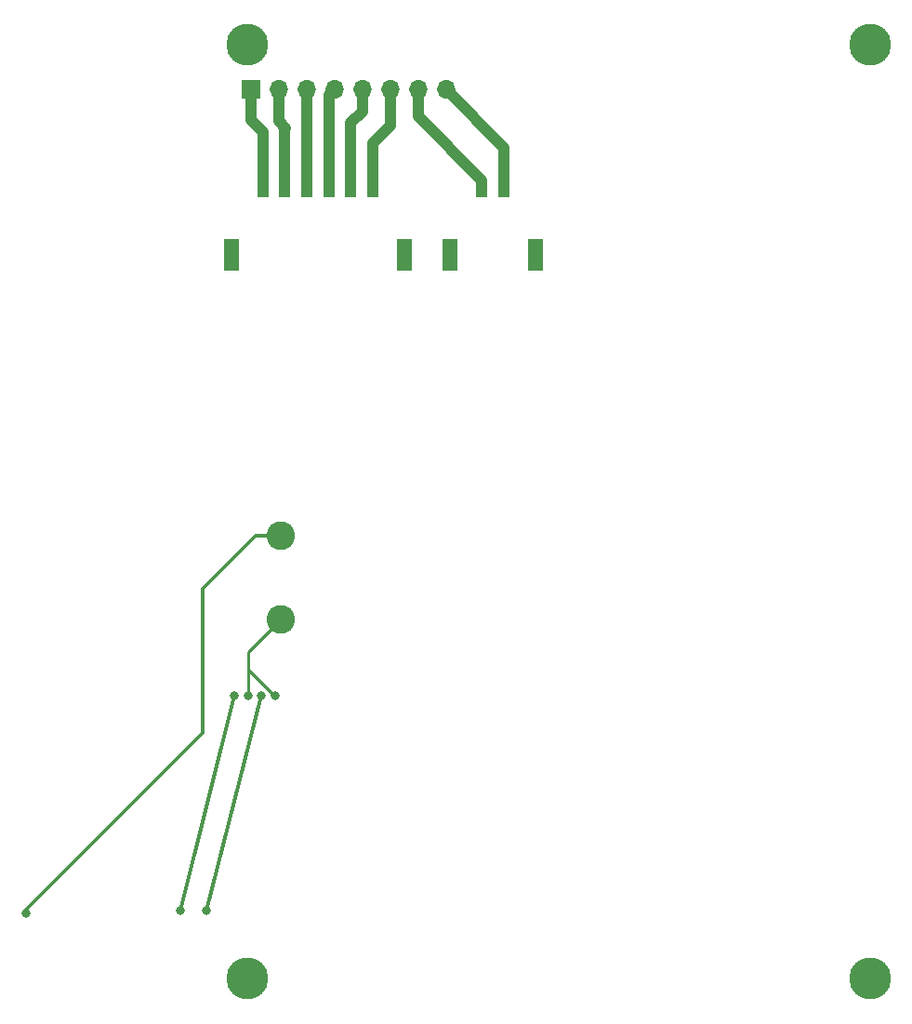
<source format=gbl>
%TF.GenerationSoftware,KiCad,Pcbnew,(6.0.5)*%
%TF.CreationDate,2023-01-23T16:42:54-08:00*%
%TF.ProjectId,Coil_Panels_Z,436f696c-5f50-4616-9e65-6c735f5a2e6b,rev?*%
%TF.SameCoordinates,Original*%
%TF.FileFunction,Copper,L6,Bot*%
%TF.FilePolarity,Positive*%
%FSLAX46Y46*%
G04 Gerber Fmt 4.6, Leading zero omitted, Abs format (unit mm)*
G04 Created by KiCad (PCBNEW (6.0.5)) date 2023-01-23 16:42:54*
%MOMM*%
%LPD*%
G01*
G04 APERTURE LIST*
%TA.AperFunction,SMDPad,CuDef*%
%ADD10R,1.100000X1.450000*%
%TD*%
%TA.AperFunction,SMDPad,CuDef*%
%ADD11R,1.350000X2.899999*%
%TD*%
%TA.AperFunction,SMDPad,CuDef*%
%ADD12R,1.350000X2.900000*%
%TD*%
%TA.AperFunction,ComponentPad*%
%ADD13R,1.700000X1.700000*%
%TD*%
%TA.AperFunction,ComponentPad*%
%ADD14O,1.700000X1.700000*%
%TD*%
%TA.AperFunction,ComponentPad*%
%ADD15C,2.600000*%
%TD*%
%TA.AperFunction,ConnectorPad*%
%ADD16C,3.800000*%
%TD*%
%TA.AperFunction,ViaPad*%
%ADD17C,0.800000*%
%TD*%
%TA.AperFunction,Conductor*%
%ADD18C,1.000000*%
%TD*%
%TA.AperFunction,Conductor*%
%ADD19C,0.250000*%
%TD*%
%TA.AperFunction,Conductor*%
%ADD20C,0.306000*%
%TD*%
G04 APERTURE END LIST*
D10*
X129308500Y-63670001D03*
X127308499Y-63670001D03*
D11*
X132203498Y-69645000D03*
X124413503Y-69645000D03*
D10*
X117380000Y-63680000D03*
X115380000Y-63680000D03*
X113380000Y-63680000D03*
X111380000Y-63680000D03*
X109380000Y-63680000D03*
X107380000Y-63680000D03*
D12*
X120275000Y-69655000D03*
X104485000Y-69655000D03*
D13*
X106254000Y-54585600D03*
D14*
X108794000Y-54585600D03*
X111334000Y-54585600D03*
X113874000Y-54585600D03*
X116414000Y-54585600D03*
X118954000Y-54585600D03*
X121494000Y-54585600D03*
X124034000Y-54585600D03*
D15*
X108976000Y-95217600D03*
X108976000Y-102837600D03*
D16*
X105988000Y-50513200D03*
D15*
X105988000Y-50513200D03*
X105988000Y-135513200D03*
D16*
X105988000Y-135513200D03*
D15*
X162662000Y-50513200D03*
D16*
X162662000Y-50513200D03*
X162662000Y-135513200D03*
D15*
X162662000Y-135513200D03*
D17*
X85810000Y-129570000D03*
X108480000Y-109755999D03*
X107256000Y-109755999D03*
X106032000Y-109755999D03*
X104808000Y-109755999D03*
X102262001Y-129340000D03*
X99814000Y-129340000D03*
D18*
X129308500Y-59860100D02*
X124034000Y-54585600D01*
X129308500Y-63670001D02*
X129308500Y-59860100D01*
X121494000Y-57004000D02*
X121494000Y-54585600D01*
X127308499Y-63670001D02*
X127308499Y-62818499D01*
X127308499Y-62818499D02*
X121494000Y-57004000D01*
X117380000Y-59440000D02*
X118954000Y-57866000D01*
X117380000Y-63680000D02*
X117380000Y-59440000D01*
X118954000Y-57866000D02*
X118954000Y-54585600D01*
X116414000Y-56586000D02*
X116414000Y-54585600D01*
X115380000Y-63680000D02*
X115380000Y-57620000D01*
X115380000Y-57620000D02*
X116414000Y-56586000D01*
X113380000Y-55079600D02*
X113874000Y-54585600D01*
X113380000Y-63680000D02*
X113380000Y-55079600D01*
X111380000Y-54631600D02*
X111334000Y-54585600D01*
X111380000Y-63680000D02*
X111380000Y-54631600D01*
X109380000Y-58150000D02*
X109380000Y-63680000D01*
X109450000Y-58080000D02*
X109380000Y-58150000D01*
X108794000Y-57424000D02*
X109450000Y-58080000D01*
X108794000Y-54585600D02*
X108794000Y-57424000D01*
X106254000Y-57324000D02*
X106254000Y-54585600D01*
X107380000Y-63680000D02*
X107380000Y-58450000D01*
X107380000Y-58450000D02*
X106254000Y-57324000D01*
D19*
X108445999Y-109755999D02*
X106032000Y-107342000D01*
X108480000Y-109755999D02*
X108445999Y-109755999D01*
X106032000Y-107342000D02*
X106032000Y-105781600D01*
X106032000Y-109755999D02*
X106032000Y-107342000D01*
D20*
X85810000Y-129230000D02*
X85810000Y-129570000D01*
X101890000Y-113150000D02*
X85810000Y-129230000D01*
X106672400Y-95217600D02*
X108976000Y-95217600D01*
X101890000Y-100000000D02*
X106672400Y-95217600D01*
X101890000Y-113150000D02*
X101890000Y-100000000D01*
D19*
X106032000Y-105781600D02*
X108976000Y-102837600D01*
D20*
X102262001Y-129340000D02*
X107256000Y-109755999D01*
X99814000Y-129340000D02*
X104808000Y-109755999D01*
M02*

</source>
